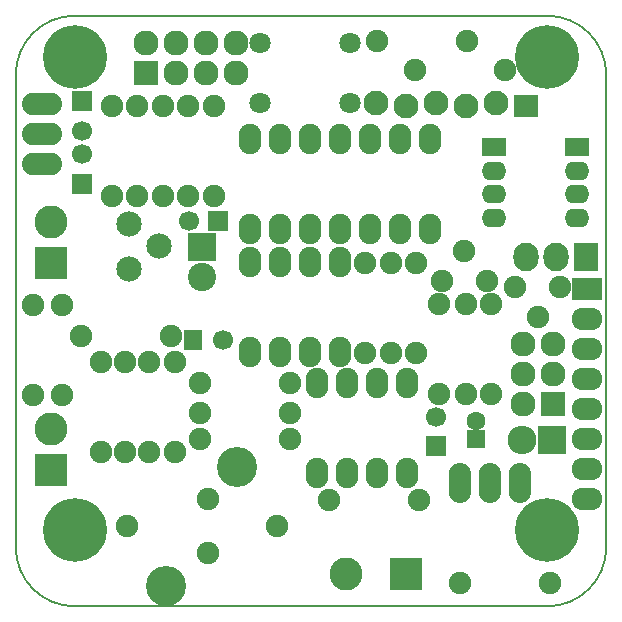
<source format=gts>
G04 #@! TF.FileFunction,Soldermask,Top*
%FSLAX46Y46*%
G04 Gerber Fmt 4.6, Leading zero omitted, Abs format (unit mm)*
G04 Created by KiCad (PCBNEW 4.0.2+dfsg1-stable) date Di 18 Apr 2017 15:02:48 CEST*
%MOMM*%
G01*
G04 APERTURE LIST*
%ADD10C,0.100000*%
%ADD11C,0.150000*%
%ADD12C,1.900000*%
%ADD13O,1.901140X2.599640*%
%ADD14R,2.099260X1.598880*%
%ADD15O,2.099260X1.598880*%
%ADD16C,1.797000*%
%ADD17C,2.800000*%
%ADD18R,2.800000X2.800000*%
%ADD19C,5.400000*%
%ADD20R,2.127200X2.127200*%
%ADD21O,2.127200X2.127200*%
%ADD22R,2.597100X1.924000*%
%ADD23O,2.597100X1.924000*%
%ADD24C,3.400000*%
%ADD25R,2.400000X2.400000*%
%ADD26C,2.400000*%
%ADD27R,2.000000X1.900000*%
%ADD28C,2.100000*%
%ADD29C,2.150060*%
%ADD30R,2.127200X2.432000*%
%ADD31O,2.127200X2.432000*%
%ADD32R,1.600000X1.600000*%
%ADD33C,1.600000*%
%ADD34R,2.432000X2.432000*%
%ADD35O,2.432000X2.432000*%
%ADD36O,1.900000X3.400000*%
%ADD37O,3.400000X1.900000*%
%ADD38R,1.600000X1.700000*%
%ADD39C,1.700000*%
%ADD40R,1.700000X1.700000*%
G04 APERTURE END LIST*
D10*
D11*
X100000000Y-80000000D02*
G75*
G03X95000000Y-85000000I0J-5000000D01*
G01*
X145000000Y-85000000D02*
G75*
G03X140000000Y-80000000I-5000000J0D01*
G01*
X140000000Y-130000000D02*
G75*
G03X145000000Y-125000000I0J5000000D01*
G01*
X95000000Y-125000000D02*
G75*
G03X100000000Y-130000000I5000000J0D01*
G01*
X95000000Y-85000000D02*
X95000000Y-125000000D01*
X140000000Y-80000000D02*
X100000000Y-80000000D01*
X145000000Y-125000000D02*
X145000000Y-85000000D01*
X100000000Y-130000000D02*
X140000000Y-130000000D01*
D12*
X96456500Y-112141000D03*
X96456500Y-104521000D03*
D13*
X128143000Y-111125000D03*
X125603000Y-111125000D03*
X123063000Y-111125000D03*
X120523000Y-111125000D03*
X120523000Y-118745000D03*
X123063000Y-118745000D03*
X125603000Y-118745000D03*
X128143000Y-118745000D03*
D14*
X135509000Y-91104720D03*
D15*
X135509000Y-95107760D03*
X135509000Y-93106240D03*
X135509000Y-97106740D03*
D16*
X123317000Y-82296000D03*
X123317000Y-87376000D03*
X115697000Y-82296000D03*
X115697000Y-87376000D03*
D12*
X111252000Y-120904000D03*
D17*
X122936000Y-127254000D03*
D18*
X128016000Y-127254000D03*
D19*
X100000000Y-83500000D03*
X140000000Y-83500000D03*
X140000000Y-123500000D03*
X100000000Y-123500000D03*
D12*
X134874000Y-102489000D03*
X132969000Y-99949000D03*
X131064000Y-102489000D03*
D20*
X106045000Y-84836000D03*
D21*
X106045000Y-82296000D03*
X108585000Y-84836000D03*
X108585000Y-82296000D03*
X111125000Y-84836000D03*
X111125000Y-82296000D03*
X113665000Y-84836000D03*
X113665000Y-82296000D03*
D12*
X140208000Y-128016000D03*
X132588000Y-128016000D03*
X129159000Y-121031000D03*
X121539000Y-121031000D03*
X110617000Y-115824000D03*
X118237000Y-115824000D03*
X106299000Y-116967000D03*
X106299000Y-109347000D03*
X98933000Y-112141000D03*
X98933000Y-104521000D03*
X108458000Y-109347000D03*
X108458000Y-116967000D03*
X110642400Y-111099600D03*
X118262400Y-111099600D03*
X108153200Y-107086400D03*
X100533200Y-107086400D03*
D20*
X140462000Y-112903000D03*
D21*
X137922000Y-112903000D03*
X140462000Y-110363000D03*
X137922000Y-110363000D03*
X140462000Y-107823000D03*
X137922000Y-107823000D03*
D12*
X137287000Y-102997000D03*
X139192000Y-105537000D03*
X141097000Y-102997000D03*
X133096000Y-104394000D03*
X133096000Y-112014000D03*
X130810000Y-104394000D03*
X130810000Y-112014000D03*
X104267000Y-116967000D03*
X104267000Y-109347000D03*
X124587000Y-100965000D03*
X124587000Y-108585000D03*
X126746000Y-100965000D03*
X126746000Y-108585000D03*
X128905000Y-100965000D03*
X128905000Y-108585000D03*
X135255000Y-104394000D03*
X135255000Y-112014000D03*
X125603000Y-82169000D03*
X133223000Y-82169000D03*
D22*
X143383000Y-103124000D03*
D23*
X143383000Y-105664000D03*
X143383000Y-108204000D03*
X143383000Y-110744000D03*
X143383000Y-113284000D03*
X143383000Y-115824000D03*
X143383000Y-118364000D03*
X143383000Y-120904000D03*
D24*
X107744000Y-128240800D03*
X113744000Y-118240800D03*
D12*
X117094000Y-123240800D03*
X104394000Y-123240800D03*
X110591600Y-113639600D03*
X118211600Y-113639600D03*
D25*
X110744000Y-99568000D03*
D26*
X110744000Y-102108000D03*
D27*
X138176000Y-87604600D03*
D28*
X135636000Y-87401400D03*
X133096000Y-87604600D03*
X130556000Y-87401400D03*
X128016000Y-87604600D03*
X125476000Y-87401400D03*
D17*
X97982000Y-97437000D03*
D18*
X97982000Y-100937000D03*
D29*
X104622600Y-101422200D03*
X107162600Y-99517200D03*
X104622600Y-97612200D03*
D12*
X102235000Y-116967000D03*
X102235000Y-109347000D03*
X107442000Y-87630000D03*
X107442000Y-95250000D03*
X105283000Y-87630000D03*
X105283000Y-95250000D03*
X109601000Y-87630000D03*
X109601000Y-95250000D03*
X111760000Y-87630000D03*
X111760000Y-95250000D03*
X103124000Y-95250000D03*
X103124000Y-87630000D03*
D30*
X143256000Y-100457000D03*
D31*
X140716000Y-100457000D03*
X138176000Y-100457000D03*
D13*
X114808000Y-108458000D03*
X117348000Y-108458000D03*
X119888000Y-108458000D03*
X122428000Y-108458000D03*
X122428000Y-100838000D03*
X119888000Y-100838000D03*
X117348000Y-100838000D03*
X114808000Y-100838000D03*
D14*
X142494000Y-91104720D03*
D15*
X142494000Y-95107760D03*
X142494000Y-93106240D03*
X142494000Y-97106740D03*
D32*
X134010400Y-115812000D03*
D33*
X134010400Y-114312000D03*
D34*
X140411200Y-115925600D03*
D35*
X137871200Y-115925600D03*
D12*
X128778000Y-84582000D03*
X136398000Y-84582000D03*
X111252000Y-125476000D03*
D13*
X114808000Y-98044000D03*
X117348000Y-98044000D03*
X119888000Y-98044000D03*
X122428000Y-98044000D03*
X124968000Y-98044000D03*
X127508000Y-98044000D03*
X130048000Y-98044000D03*
X130048000Y-90424000D03*
X127508000Y-90424000D03*
X124968000Y-90424000D03*
X122428000Y-90424000D03*
X119888000Y-90424000D03*
X117348000Y-90424000D03*
X114808000Y-90424000D03*
D36*
X135128000Y-119583200D03*
X132588000Y-119583200D03*
X137668000Y-119583200D03*
D37*
X97193100Y-90030300D03*
X97193100Y-87490300D03*
X97193100Y-92570300D03*
D17*
X97982000Y-114963000D03*
D18*
X97982000Y-118463000D03*
D38*
X110032800Y-107492800D03*
D39*
X112532800Y-107492800D03*
D40*
X130556000Y-116459000D03*
D39*
X130556000Y-113959000D03*
D40*
X100584000Y-87249000D03*
D39*
X100584000Y-89749000D03*
D40*
X100584000Y-94234000D03*
D39*
X100584000Y-91734000D03*
D40*
X112141000Y-97409000D03*
D39*
X109641000Y-97409000D03*
M02*

</source>
